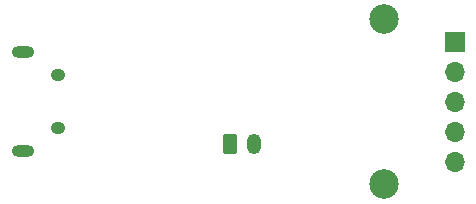
<source format=gbs>
%TF.GenerationSoftware,KiCad,Pcbnew,(6.0.0-0)*%
%TF.CreationDate,2022-11-25T09:54:55+01:00*%
%TF.ProjectId,bq24072_pmic_board,62713234-3037-4325-9f70-6d69635f626f,rev?*%
%TF.SameCoordinates,Original*%
%TF.FileFunction,Soldermask,Bot*%
%TF.FilePolarity,Negative*%
%FSLAX46Y46*%
G04 Gerber Fmt 4.6, Leading zero omitted, Abs format (unit mm)*
G04 Created by KiCad (PCBNEW (6.0.0-0)) date 2022-11-25 09:54:55*
%MOMM*%
%LPD*%
G01*
G04 APERTURE LIST*
G04 Aperture macros list*
%AMRoundRect*
0 Rectangle with rounded corners*
0 $1 Rounding radius*
0 $2 $3 $4 $5 $6 $7 $8 $9 X,Y pos of 4 corners*
0 Add a 4 corners polygon primitive as box body*
4,1,4,$2,$3,$4,$5,$6,$7,$8,$9,$2,$3,0*
0 Add four circle primitives for the rounded corners*
1,1,$1+$1,$2,$3*
1,1,$1+$1,$4,$5*
1,1,$1+$1,$6,$7*
1,1,$1+$1,$8,$9*
0 Add four rect primitives between the rounded corners*
20,1,$1+$1,$2,$3,$4,$5,0*
20,1,$1+$1,$4,$5,$6,$7,0*
20,1,$1+$1,$6,$7,$8,$9,0*
20,1,$1+$1,$8,$9,$2,$3,0*%
G04 Aperture macros list end*
%ADD10R,1.700000X1.700000*%
%ADD11O,1.700000X1.700000*%
%ADD12C,2.500000*%
%ADD13RoundRect,0.250000X-0.350000X-0.625000X0.350000X-0.625000X0.350000X0.625000X-0.350000X0.625000X0*%
%ADD14O,1.200000X1.750000*%
%ADD15O,1.250000X1.050000*%
%ADD16O,1.900000X1.000000*%
G04 APERTURE END LIST*
D10*
X163025000Y-84950000D03*
D11*
X163025000Y-87490000D03*
X163025000Y-90030000D03*
X163025000Y-92570000D03*
X163025000Y-95110000D03*
D12*
X157000000Y-97000000D03*
X157000000Y-83000000D03*
D13*
X144000000Y-93550000D03*
D14*
X146000000Y-93550000D03*
D15*
X129420000Y-92225000D03*
X129420000Y-87775000D03*
D16*
X126420000Y-85825000D03*
X126420000Y-94175000D03*
M02*

</source>
